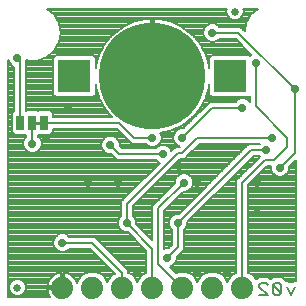
<source format=gbl>
G75*
%MOIN*%
%OFA0B0*%
%FSLAX25Y25*%
%IPPOS*%
%LPD*%
%AMOC8*
5,1,8,0,0,1.08239X$1,22.5*
%
%ADD10C,0.00800*%
%ADD11C,0.02500*%
%ADD12C,0.07400*%
%ADD13R,0.10950X0.10950*%
%ADD14C,0.35433*%
%ADD15R,0.02500X0.05000*%
%ADD16C,0.01000*%
%ADD17C,0.02900*%
D10*
X0135333Y0042000D02*
X0135333Y0120773D01*
X0135748Y0119772D01*
X0136606Y0118914D01*
X0137333Y0118613D01*
X0137333Y0104013D01*
X0136483Y0103163D01*
X0136483Y0096837D01*
X0137421Y0095900D01*
X0141246Y0095900D01*
X0141333Y0095987D01*
X0141333Y0095313D01*
X0140748Y0094728D01*
X0140283Y0093607D01*
X0140283Y0092393D01*
X0140748Y0091272D01*
X0141606Y0090414D01*
X0142727Y0089950D01*
X0143940Y0089950D01*
X0145061Y0090414D01*
X0145919Y0091272D01*
X0146383Y0092393D01*
X0146383Y0093607D01*
X0145919Y0094728D01*
X0145333Y0095313D01*
X0145333Y0095987D01*
X0145421Y0095900D01*
X0149246Y0095900D01*
X0150183Y0096837D01*
X0150183Y0098000D01*
X0171505Y0098000D01*
X0175333Y0094172D01*
X0176505Y0093000D01*
X0181020Y0093000D01*
X0181606Y0092414D01*
X0182727Y0091950D01*
X0183940Y0091950D01*
X0185061Y0092414D01*
X0185919Y0093272D01*
X0186383Y0094393D01*
X0186383Y0095607D01*
X0185990Y0096557D01*
X0187475Y0096819D01*
X0189087Y0097251D01*
X0190656Y0097822D01*
X0192169Y0098527D01*
X0193614Y0099362D01*
X0194982Y0100319D01*
X0196261Y0101392D01*
X0197441Y0102573D01*
X0198514Y0103852D01*
X0199471Y0105219D01*
X0200306Y0106665D01*
X0201012Y0108177D01*
X0201582Y0109746D01*
X0202014Y0111358D01*
X0202258Y0112741D01*
X0202258Y0109362D01*
X0203196Y0108425D01*
X0215471Y0108425D01*
X0215833Y0108787D01*
X0215833Y0106813D01*
X0215061Y0107586D01*
X0213940Y0108050D01*
X0212727Y0108050D01*
X0211606Y0107586D01*
X0211020Y0107000D01*
X0202505Y0107000D01*
X0193555Y0098050D01*
X0192727Y0098050D01*
X0191606Y0097586D01*
X0190748Y0096728D01*
X0190283Y0095607D01*
X0190283Y0094393D01*
X0190748Y0093272D01*
X0191606Y0092414D01*
X0192534Y0092030D01*
X0192505Y0092000D01*
X0191005Y0092000D01*
X0189657Y0090652D01*
X0189419Y0091228D01*
X0188561Y0092086D01*
X0187440Y0092550D01*
X0186227Y0092550D01*
X0185106Y0092086D01*
X0184520Y0091500D01*
X0173162Y0091500D01*
X0172383Y0092278D01*
X0172383Y0093107D01*
X0171919Y0094228D01*
X0171061Y0095086D01*
X0169940Y0095550D01*
X0168727Y0095550D01*
X0167606Y0095086D01*
X0166748Y0094228D01*
X0166283Y0093107D01*
X0166283Y0091893D01*
X0166748Y0090772D01*
X0167606Y0089914D01*
X0168727Y0089450D01*
X0169555Y0089450D01*
X0171505Y0087500D01*
X0184520Y0087500D01*
X0185106Y0086914D01*
X0185681Y0086676D01*
X0172833Y0073828D01*
X0172833Y0068813D01*
X0172248Y0068228D01*
X0171783Y0067107D01*
X0171783Y0065893D01*
X0172248Y0064772D01*
X0173106Y0063914D01*
X0174227Y0063450D01*
X0175055Y0063450D01*
X0181333Y0057172D01*
X0181333Y0049908D01*
X0180331Y0049493D01*
X0178840Y0048002D01*
X0178333Y0046778D01*
X0177826Y0048002D01*
X0176336Y0049493D01*
X0175333Y0049908D01*
X0175333Y0050828D01*
X0174162Y0052000D01*
X0164162Y0062000D01*
X0155647Y0062000D01*
X0155061Y0062586D01*
X0153940Y0063050D01*
X0152727Y0063050D01*
X0151606Y0062586D01*
X0150748Y0061728D01*
X0150283Y0060607D01*
X0150283Y0059393D01*
X0150748Y0058272D01*
X0151606Y0057414D01*
X0152727Y0056950D01*
X0153940Y0056950D01*
X0155061Y0057414D01*
X0155647Y0058000D01*
X0162505Y0058000D01*
X0170812Y0049692D01*
X0170331Y0049493D01*
X0168840Y0048002D01*
X0168333Y0046778D01*
X0167826Y0048002D01*
X0166336Y0049493D01*
X0164388Y0050300D01*
X0162279Y0050300D01*
X0160331Y0049493D01*
X0158840Y0048002D01*
X0158213Y0046487D01*
X0158060Y0046958D01*
X0157695Y0047673D01*
X0157223Y0048322D01*
X0156656Y0048890D01*
X0156006Y0049362D01*
X0155291Y0049726D01*
X0154528Y0049974D01*
X0153735Y0050100D01*
X0153733Y0050100D01*
X0153733Y0045400D01*
X0152933Y0045400D01*
X0152933Y0044600D01*
X0148233Y0044600D01*
X0148233Y0044599D01*
X0148359Y0043806D01*
X0148607Y0043042D01*
X0148971Y0042327D01*
X0149209Y0042000D01*
X0135333Y0042000D01*
X0135333Y0042396D02*
X0137174Y0042396D01*
X0136719Y0042584D02*
X0137766Y0042150D01*
X0138900Y0042150D01*
X0139948Y0042584D01*
X0140749Y0043386D01*
X0141183Y0044433D01*
X0141183Y0045567D01*
X0140749Y0046614D01*
X0139948Y0047416D01*
X0138900Y0047850D01*
X0137766Y0047850D01*
X0136719Y0047416D01*
X0135917Y0046614D01*
X0135483Y0045567D01*
X0135483Y0044433D01*
X0135917Y0043386D01*
X0136719Y0042584D01*
X0136109Y0043194D02*
X0135333Y0043194D01*
X0135333Y0043993D02*
X0135666Y0043993D01*
X0135483Y0044791D02*
X0135333Y0044791D01*
X0135333Y0045590D02*
X0135493Y0045590D01*
X0135333Y0046388D02*
X0135823Y0046388D01*
X0135333Y0047187D02*
X0136489Y0047187D01*
X0135333Y0047985D02*
X0149198Y0047985D01*
X0148971Y0047673D02*
X0148607Y0046958D01*
X0148359Y0046194D01*
X0148233Y0045401D01*
X0148233Y0045400D01*
X0152933Y0045400D01*
X0152933Y0050100D01*
X0152932Y0050100D01*
X0152139Y0049974D01*
X0151376Y0049726D01*
X0150660Y0049362D01*
X0150011Y0048890D01*
X0149443Y0048322D01*
X0148971Y0047673D01*
X0148724Y0047187D02*
X0140177Y0047187D01*
X0140843Y0046388D02*
X0148422Y0046388D01*
X0148263Y0045590D02*
X0141174Y0045590D01*
X0141183Y0044791D02*
X0152933Y0044791D01*
X0152933Y0045590D02*
X0153733Y0045590D01*
X0153733Y0046388D02*
X0152933Y0046388D01*
X0152933Y0047187D02*
X0153733Y0047187D01*
X0153733Y0047985D02*
X0152933Y0047985D01*
X0152933Y0048784D02*
X0153733Y0048784D01*
X0153733Y0049582D02*
X0152933Y0049582D01*
X0151093Y0049582D02*
X0135333Y0049582D01*
X0135333Y0048784D02*
X0149904Y0048784D01*
X0148329Y0043993D02*
X0141001Y0043993D01*
X0140558Y0043194D02*
X0148558Y0043194D01*
X0148936Y0042396D02*
X0139493Y0042396D01*
X0135333Y0050381D02*
X0170124Y0050381D01*
X0170546Y0049582D02*
X0166121Y0049582D01*
X0167045Y0048784D02*
X0169622Y0048784D01*
X0168833Y0047985D02*
X0167834Y0047985D01*
X0168164Y0047187D02*
X0168502Y0047187D01*
X0173333Y0045000D02*
X0173333Y0050000D01*
X0163333Y0060000D01*
X0153333Y0060000D01*
X0150283Y0059963D02*
X0135333Y0059963D01*
X0135333Y0060761D02*
X0150347Y0060761D01*
X0150678Y0061560D02*
X0135333Y0061560D01*
X0135333Y0062358D02*
X0151378Y0062358D01*
X0150378Y0059164D02*
X0135333Y0059164D01*
X0135333Y0058366D02*
X0150709Y0058366D01*
X0151453Y0057567D02*
X0135333Y0057567D01*
X0135333Y0056769D02*
X0163736Y0056769D01*
X0162938Y0057567D02*
X0155214Y0057567D01*
X0155288Y0062358D02*
X0176147Y0062358D01*
X0176945Y0061560D02*
X0164602Y0061560D01*
X0165400Y0060761D02*
X0177744Y0060761D01*
X0178542Y0059963D02*
X0166199Y0059963D01*
X0166997Y0059164D02*
X0179341Y0059164D01*
X0180139Y0058366D02*
X0167796Y0058366D01*
X0168594Y0057567D02*
X0180938Y0057567D01*
X0181333Y0056769D02*
X0169393Y0056769D01*
X0170192Y0055970D02*
X0181333Y0055970D01*
X0181333Y0055172D02*
X0170990Y0055172D01*
X0171789Y0054373D02*
X0181333Y0054373D01*
X0181333Y0053575D02*
X0172587Y0053575D01*
X0173386Y0052776D02*
X0181333Y0052776D01*
X0181333Y0051978D02*
X0174184Y0051978D01*
X0174983Y0051179D02*
X0181333Y0051179D01*
X0181333Y0050381D02*
X0175333Y0050381D01*
X0176121Y0049582D02*
X0180546Y0049582D01*
X0179622Y0048784D02*
X0177045Y0048784D01*
X0177834Y0047985D02*
X0178833Y0047985D01*
X0178502Y0047187D02*
X0178164Y0047187D01*
X0173333Y0045000D02*
X0173333Y0049500D01*
X0169326Y0051179D02*
X0135333Y0051179D01*
X0135333Y0051978D02*
X0168527Y0051978D01*
X0167729Y0052776D02*
X0135333Y0052776D01*
X0135333Y0053575D02*
X0166930Y0053575D01*
X0166132Y0054373D02*
X0135333Y0054373D01*
X0135333Y0055172D02*
X0165333Y0055172D01*
X0164535Y0055970D02*
X0135333Y0055970D01*
X0135333Y0063157D02*
X0175348Y0063157D01*
X0173065Y0063955D02*
X0135333Y0063955D01*
X0135333Y0064754D02*
X0172266Y0064754D01*
X0171925Y0065552D02*
X0135333Y0065552D01*
X0135333Y0066351D02*
X0171783Y0066351D01*
X0171801Y0067149D02*
X0135333Y0067149D01*
X0135333Y0067948D02*
X0172132Y0067948D01*
X0172766Y0068746D02*
X0135333Y0068746D01*
X0135333Y0069545D02*
X0172833Y0069545D01*
X0172833Y0070343D02*
X0135333Y0070343D01*
X0135333Y0071142D02*
X0172833Y0071142D01*
X0172833Y0071940D02*
X0135333Y0071940D01*
X0135333Y0072739D02*
X0172833Y0072739D01*
X0172833Y0073537D02*
X0135333Y0073537D01*
X0135333Y0074336D02*
X0173341Y0074336D01*
X0174139Y0075134D02*
X0135333Y0075134D01*
X0135333Y0075933D02*
X0174938Y0075933D01*
X0175736Y0076732D02*
X0135333Y0076732D01*
X0135333Y0077530D02*
X0176535Y0077530D01*
X0177333Y0078329D02*
X0135333Y0078329D01*
X0135333Y0079127D02*
X0178132Y0079127D01*
X0178930Y0079926D02*
X0135333Y0079926D01*
X0135333Y0080724D02*
X0179729Y0080724D01*
X0180528Y0081523D02*
X0135333Y0081523D01*
X0135333Y0082321D02*
X0181326Y0082321D01*
X0182125Y0083120D02*
X0135333Y0083120D01*
X0135333Y0083918D02*
X0182923Y0083918D01*
X0183722Y0084717D02*
X0135333Y0084717D01*
X0135333Y0085515D02*
X0184520Y0085515D01*
X0185319Y0086314D02*
X0135333Y0086314D01*
X0135333Y0087112D02*
X0184908Y0087112D01*
X0186833Y0089500D02*
X0172333Y0089500D01*
X0169333Y0092500D01*
X0167214Y0090306D02*
X0144800Y0090306D01*
X0145751Y0091105D02*
X0166610Y0091105D01*
X0166283Y0091903D02*
X0146180Y0091903D01*
X0146383Y0092702D02*
X0166283Y0092702D01*
X0166446Y0093500D02*
X0146383Y0093500D01*
X0146097Y0094299D02*
X0166819Y0094299D01*
X0167634Y0095097D02*
X0145549Y0095097D01*
X0145333Y0095896D02*
X0173609Y0095896D01*
X0172811Y0096694D02*
X0150040Y0096694D01*
X0150183Y0097493D02*
X0172012Y0097493D01*
X0172333Y0100000D02*
X0177333Y0095000D01*
X0183333Y0095000D01*
X0186383Y0095097D02*
X0190283Y0095097D01*
X0190322Y0094299D02*
X0186344Y0094299D01*
X0186013Y0093500D02*
X0190653Y0093500D01*
X0191318Y0092702D02*
X0185348Y0092702D01*
X0184923Y0091903D02*
X0172759Y0091903D01*
X0172383Y0092702D02*
X0181318Y0092702D01*
X0188743Y0091903D02*
X0190908Y0091903D01*
X0190110Y0091105D02*
X0189470Y0091105D01*
X0191833Y0090000D02*
X0174833Y0073000D01*
X0174833Y0066500D01*
X0183333Y0058000D01*
X0183333Y0045000D01*
X0185333Y0053000D02*
X0193333Y0045000D01*
X0197045Y0048784D02*
X0199622Y0048784D01*
X0200331Y0049493D02*
X0198840Y0048002D01*
X0198333Y0046778D01*
X0197826Y0048002D01*
X0196336Y0049493D01*
X0194388Y0050300D01*
X0192279Y0050300D01*
X0191277Y0049885D01*
X0189132Y0052030D01*
X0190061Y0052414D01*
X0190919Y0053272D01*
X0191383Y0054393D01*
X0191383Y0055222D01*
X0193833Y0057672D01*
X0193833Y0064187D01*
X0194419Y0064772D01*
X0194883Y0065893D01*
X0194883Y0066722D01*
X0217162Y0089000D01*
X0219020Y0089000D01*
X0219262Y0088758D01*
X0218833Y0088328D01*
X0211333Y0080828D01*
X0211333Y0079172D01*
X0211333Y0049908D01*
X0210331Y0049493D01*
X0208840Y0048002D01*
X0208333Y0046778D01*
X0207826Y0048002D01*
X0206336Y0049493D01*
X0204388Y0050300D01*
X0202279Y0050300D01*
X0200331Y0049493D01*
X0200546Y0049582D02*
X0196121Y0049582D01*
X0197834Y0047985D02*
X0198833Y0047985D01*
X0198502Y0047187D02*
X0198164Y0047187D01*
X0190781Y0050381D02*
X0211333Y0050381D01*
X0211333Y0051179D02*
X0189983Y0051179D01*
X0189184Y0051978D02*
X0211333Y0051978D01*
X0211333Y0052776D02*
X0190423Y0052776D01*
X0191044Y0053575D02*
X0211333Y0053575D01*
X0211333Y0054373D02*
X0191375Y0054373D01*
X0191383Y0055172D02*
X0211333Y0055172D01*
X0211333Y0055970D02*
X0192132Y0055970D01*
X0192930Y0056769D02*
X0211333Y0056769D01*
X0211333Y0057567D02*
X0193729Y0057567D01*
X0193833Y0058366D02*
X0211333Y0058366D01*
X0211333Y0059164D02*
X0193833Y0059164D01*
X0193833Y0059963D02*
X0211333Y0059963D01*
X0211333Y0060761D02*
X0193833Y0060761D01*
X0193833Y0061560D02*
X0211333Y0061560D01*
X0211333Y0062358D02*
X0193833Y0062358D01*
X0193833Y0063157D02*
X0211333Y0063157D01*
X0211333Y0063955D02*
X0193833Y0063955D01*
X0194401Y0064754D02*
X0211333Y0064754D01*
X0211333Y0065552D02*
X0194742Y0065552D01*
X0194883Y0066351D02*
X0211333Y0066351D01*
X0211333Y0067149D02*
X0195311Y0067149D01*
X0196110Y0067948D02*
X0211333Y0067948D01*
X0211333Y0068746D02*
X0196908Y0068746D01*
X0197707Y0069545D02*
X0211333Y0069545D01*
X0211333Y0070343D02*
X0198505Y0070343D01*
X0199304Y0071142D02*
X0211333Y0071142D01*
X0211333Y0071940D02*
X0200102Y0071940D01*
X0200901Y0072739D02*
X0211333Y0072739D01*
X0211333Y0073537D02*
X0201699Y0073537D01*
X0202498Y0074336D02*
X0211333Y0074336D01*
X0211333Y0075134D02*
X0203296Y0075134D01*
X0204095Y0075933D02*
X0211333Y0075933D01*
X0211333Y0076732D02*
X0204893Y0076732D01*
X0205692Y0077530D02*
X0211333Y0077530D01*
X0211333Y0078329D02*
X0206490Y0078329D01*
X0207289Y0079127D02*
X0211333Y0079127D01*
X0211333Y0079926D02*
X0208087Y0079926D01*
X0208886Y0080724D02*
X0211333Y0080724D01*
X0212027Y0081523D02*
X0209684Y0081523D01*
X0210483Y0082321D02*
X0212826Y0082321D01*
X0213625Y0083120D02*
X0211281Y0083120D01*
X0212080Y0083918D02*
X0214423Y0083918D01*
X0215222Y0084717D02*
X0212878Y0084717D01*
X0213677Y0085515D02*
X0216020Y0085515D01*
X0216819Y0086314D02*
X0214475Y0086314D01*
X0215274Y0087112D02*
X0217617Y0087112D01*
X0218416Y0087911D02*
X0216072Y0087911D01*
X0216871Y0088709D02*
X0219214Y0088709D01*
X0220833Y0087500D02*
X0223833Y0087500D01*
X0228333Y0092000D01*
X0228333Y0095000D01*
X0217833Y0105500D01*
X0217833Y0120000D01*
X0215783Y0122263D02*
X0215471Y0122575D01*
X0203196Y0122575D01*
X0202258Y0121638D01*
X0202258Y0118259D01*
X0202014Y0119642D01*
X0201582Y0121254D01*
X0201012Y0122823D01*
X0200306Y0124335D01*
X0199471Y0125781D01*
X0198514Y0127148D01*
X0197441Y0128427D01*
X0196261Y0129608D01*
X0194982Y0130681D01*
X0193614Y0131638D01*
X0192169Y0132473D01*
X0190656Y0133178D01*
X0189087Y0133749D01*
X0187475Y0134181D01*
X0185831Y0134471D01*
X0184168Y0134617D01*
X0183733Y0134617D01*
X0183733Y0115900D01*
X0182933Y0115900D01*
X0182933Y0134617D01*
X0182499Y0134617D01*
X0180836Y0134471D01*
X0179192Y0134181D01*
X0177579Y0133749D01*
X0176011Y0133178D01*
X0174498Y0132473D01*
X0173052Y0131638D01*
X0171685Y0130681D01*
X0170406Y0129608D01*
X0169226Y0128427D01*
X0168153Y0127148D01*
X0167195Y0125781D01*
X0166361Y0124335D01*
X0165655Y0122823D01*
X0165084Y0121254D01*
X0164652Y0119642D01*
X0164408Y0118259D01*
X0164408Y0121638D01*
X0163471Y0122575D01*
X0151196Y0122575D01*
X0150258Y0121638D01*
X0150258Y0109362D01*
X0151196Y0108425D01*
X0163471Y0108425D01*
X0164408Y0109362D01*
X0164408Y0112741D01*
X0164652Y0111358D01*
X0165084Y0109746D01*
X0165655Y0108177D01*
X0166361Y0106665D01*
X0167195Y0105219D01*
X0168153Y0103852D01*
X0169226Y0102573D01*
X0169798Y0102000D01*
X0150183Y0102000D01*
X0150183Y0103163D01*
X0149246Y0104100D01*
X0145421Y0104100D01*
X0145333Y0104013D01*
X0145246Y0104100D01*
X0141421Y0104100D01*
X0141333Y0104013D01*
X0141333Y0120773D01*
X0141354Y0120823D01*
X0141693Y0120700D01*
X0144973Y0120700D01*
X0148055Y0121822D01*
X0150567Y0123930D01*
X0152207Y0126770D01*
X0152207Y0126770D01*
X0152777Y0130000D01*
X0152207Y0133230D01*
X0150567Y0136070D01*
X0148267Y0138000D01*
X0208163Y0138000D01*
X0207983Y0137567D01*
X0207983Y0136433D01*
X0208417Y0135386D01*
X0209219Y0134584D01*
X0210266Y0134150D01*
X0211400Y0134150D01*
X0212448Y0134584D01*
X0213249Y0135386D01*
X0213683Y0136433D01*
X0213683Y0137567D01*
X0213504Y0138000D01*
X0218399Y0138000D01*
X0216099Y0136070D01*
X0214459Y0133230D01*
X0214006Y0130656D01*
X0213833Y0130828D01*
X0212662Y0132000D01*
X0205647Y0132000D01*
X0205061Y0132586D01*
X0203940Y0133050D01*
X0202727Y0133050D01*
X0201606Y0132586D01*
X0200748Y0131728D01*
X0200283Y0130607D01*
X0200283Y0129393D01*
X0200748Y0128272D01*
X0201606Y0127414D01*
X0202727Y0126950D01*
X0203940Y0126950D01*
X0205061Y0127414D01*
X0205647Y0128000D01*
X0211005Y0128000D01*
X0216327Y0122678D01*
X0216106Y0122586D01*
X0215783Y0122263D01*
X0215960Y0123045D02*
X0200908Y0123045D01*
X0201221Y0122247D02*
X0202867Y0122247D01*
X0202258Y0121448D02*
X0201512Y0121448D01*
X0201744Y0120650D02*
X0202258Y0120650D01*
X0202258Y0119851D02*
X0201958Y0119851D01*
X0202118Y0119053D02*
X0202258Y0119053D01*
X0200535Y0123844D02*
X0215161Y0123844D01*
X0214363Y0124642D02*
X0200129Y0124642D01*
X0199668Y0125441D02*
X0213564Y0125441D01*
X0212766Y0126239D02*
X0199151Y0126239D01*
X0198591Y0127038D02*
X0202515Y0127038D01*
X0201184Y0127836D02*
X0197937Y0127836D01*
X0197233Y0128635D02*
X0200598Y0128635D01*
X0200283Y0129433D02*
X0196435Y0129433D01*
X0195517Y0130232D02*
X0200283Y0130232D01*
X0200459Y0131030D02*
X0194482Y0131030D01*
X0193284Y0131829D02*
X0200849Y0131829D01*
X0201706Y0132627D02*
X0191837Y0132627D01*
X0189976Y0133426D02*
X0214573Y0133426D01*
X0214459Y0133230D02*
X0214459Y0133230D01*
X0214353Y0132627D02*
X0204960Y0132627D01*
X0208780Y0135023D02*
X0151172Y0135023D01*
X0150711Y0135821D02*
X0208237Y0135821D01*
X0207983Y0136620D02*
X0149912Y0136620D01*
X0150567Y0136070D02*
X0150567Y0136070D01*
X0148961Y0137418D02*
X0207983Y0137418D01*
X0213430Y0135821D02*
X0215956Y0135821D01*
X0216099Y0136070D02*
X0216099Y0136070D01*
X0216099Y0136070D01*
X0216754Y0136620D02*
X0213683Y0136620D01*
X0213683Y0137418D02*
X0217706Y0137418D01*
X0215495Y0135023D02*
X0212887Y0135023D01*
X0211580Y0134224D02*
X0215034Y0134224D01*
X0214212Y0131829D02*
X0212833Y0131829D01*
X0213631Y0131030D02*
X0214072Y0131030D01*
X0211833Y0130000D02*
X0203333Y0130000D01*
X0205483Y0127836D02*
X0211169Y0127836D01*
X0211967Y0127038D02*
X0204152Y0127038D01*
X0211833Y0130000D02*
X0230679Y0111155D01*
X0230679Y0089845D01*
X0225833Y0085000D01*
X0222980Y0083918D02*
X0220080Y0083918D01*
X0219281Y0083120D02*
X0223400Y0083120D01*
X0223248Y0083272D02*
X0224106Y0082414D01*
X0225227Y0081950D01*
X0226440Y0081950D01*
X0227561Y0082414D01*
X0228419Y0083272D01*
X0228883Y0084393D01*
X0228883Y0085222D01*
X0231333Y0087672D01*
X0231333Y0047238D01*
X0231087Y0047362D01*
X0229532Y0046843D01*
X0227977Y0047362D01*
X0227792Y0047269D01*
X0227629Y0047432D01*
X0227380Y0047681D01*
X0226457Y0048604D01*
X0225056Y0048604D01*
X0224920Y0048604D01*
X0224800Y0048604D01*
X0224800Y0048604D01*
X0223399Y0048604D01*
X0223399Y0048604D01*
X0222626Y0047831D01*
X0221853Y0048604D01*
X0220452Y0048604D01*
X0220196Y0048604D01*
X0218795Y0048604D01*
X0217934Y0047742D01*
X0217826Y0048002D01*
X0216336Y0049493D01*
X0215333Y0049908D01*
X0215333Y0079172D01*
X0221662Y0085500D01*
X0222783Y0085500D01*
X0222783Y0084393D01*
X0223248Y0083272D01*
X0224331Y0082321D02*
X0218483Y0082321D01*
X0217684Y0081523D02*
X0231333Y0081523D01*
X0231333Y0082321D02*
X0227336Y0082321D01*
X0228266Y0083120D02*
X0231333Y0083120D01*
X0231333Y0083918D02*
X0228686Y0083918D01*
X0228883Y0084717D02*
X0231333Y0084717D01*
X0231333Y0085515D02*
X0229177Y0085515D01*
X0229975Y0086314D02*
X0231333Y0086314D01*
X0231333Y0087112D02*
X0230774Y0087112D01*
X0222783Y0084717D02*
X0220878Y0084717D01*
X0220833Y0087500D02*
X0213333Y0080000D01*
X0213333Y0045000D01*
X0208502Y0047187D02*
X0208164Y0047187D01*
X0207834Y0047985D02*
X0208833Y0047985D01*
X0209622Y0048784D02*
X0207045Y0048784D01*
X0206121Y0049582D02*
X0210546Y0049582D01*
X0215333Y0050381D02*
X0231333Y0050381D01*
X0231333Y0051179D02*
X0215333Y0051179D01*
X0215333Y0051978D02*
X0231333Y0051978D01*
X0231333Y0052776D02*
X0215333Y0052776D01*
X0215333Y0053575D02*
X0231333Y0053575D01*
X0231333Y0054373D02*
X0215333Y0054373D01*
X0215333Y0055172D02*
X0231333Y0055172D01*
X0231333Y0055970D02*
X0215333Y0055970D01*
X0215333Y0056769D02*
X0231333Y0056769D01*
X0231333Y0057567D02*
X0215333Y0057567D01*
X0215333Y0058366D02*
X0231333Y0058366D01*
X0231333Y0059164D02*
X0215333Y0059164D01*
X0215333Y0059963D02*
X0231333Y0059963D01*
X0231333Y0060761D02*
X0215333Y0060761D01*
X0215333Y0061560D02*
X0231333Y0061560D01*
X0231333Y0062358D02*
X0215333Y0062358D01*
X0215333Y0063157D02*
X0231333Y0063157D01*
X0231333Y0063955D02*
X0215333Y0063955D01*
X0215333Y0064754D02*
X0231333Y0064754D01*
X0231333Y0065552D02*
X0215333Y0065552D01*
X0215333Y0066351D02*
X0231333Y0066351D01*
X0231333Y0067149D02*
X0215333Y0067149D01*
X0215333Y0067948D02*
X0231333Y0067948D01*
X0231333Y0068746D02*
X0215333Y0068746D01*
X0215333Y0069545D02*
X0231333Y0069545D01*
X0231333Y0070343D02*
X0215333Y0070343D01*
X0215333Y0071142D02*
X0231333Y0071142D01*
X0231333Y0071940D02*
X0215333Y0071940D01*
X0215333Y0072739D02*
X0231333Y0072739D01*
X0231333Y0073537D02*
X0215333Y0073537D01*
X0215333Y0074336D02*
X0231333Y0074336D01*
X0231333Y0075134D02*
X0215333Y0075134D01*
X0215333Y0075933D02*
X0231333Y0075933D01*
X0231333Y0076732D02*
X0215333Y0076732D01*
X0215333Y0077530D02*
X0231333Y0077530D01*
X0231333Y0078329D02*
X0215333Y0078329D01*
X0215333Y0079127D02*
X0231333Y0079127D01*
X0231333Y0079926D02*
X0216087Y0079926D01*
X0216886Y0080724D02*
X0231333Y0080724D01*
X0212013Y0089508D02*
X0195669Y0089508D01*
X0195333Y0089172D02*
X0199162Y0093000D01*
X0219020Y0093000D01*
X0219020Y0093000D01*
X0215505Y0093000D01*
X0214333Y0091828D01*
X0192055Y0069550D01*
X0191227Y0069550D01*
X0190106Y0069086D01*
X0189248Y0068228D01*
X0188783Y0067107D01*
X0188783Y0065893D01*
X0189248Y0064772D01*
X0189833Y0064187D01*
X0189833Y0059328D01*
X0188555Y0058050D01*
X0187727Y0058050D01*
X0187333Y0057887D01*
X0187333Y0070672D01*
X0193612Y0076950D01*
X0194440Y0076950D01*
X0195561Y0077414D01*
X0196419Y0078272D01*
X0196883Y0079393D01*
X0196883Y0080607D01*
X0196419Y0081728D01*
X0195561Y0082586D01*
X0194440Y0083050D01*
X0193227Y0083050D01*
X0192106Y0082586D01*
X0191248Y0081728D01*
X0190783Y0080607D01*
X0190783Y0079778D01*
X0183333Y0072328D01*
X0183333Y0060828D01*
X0177883Y0066278D01*
X0177883Y0067107D01*
X0177419Y0068228D01*
X0176833Y0068813D01*
X0176833Y0072172D01*
X0192662Y0088000D01*
X0194162Y0088000D01*
X0195333Y0089172D01*
X0194871Y0088709D02*
X0211214Y0088709D01*
X0210416Y0087911D02*
X0192572Y0087911D01*
X0191774Y0087112D02*
X0209617Y0087112D01*
X0208819Y0086314D02*
X0190975Y0086314D01*
X0190177Y0085515D02*
X0208020Y0085515D01*
X0207222Y0084717D02*
X0189378Y0084717D01*
X0188580Y0083918D02*
X0206423Y0083918D01*
X0205625Y0083120D02*
X0187781Y0083120D01*
X0186983Y0082321D02*
X0191841Y0082321D01*
X0191163Y0081523D02*
X0186184Y0081523D01*
X0185386Y0080724D02*
X0190832Y0080724D01*
X0190783Y0079926D02*
X0184587Y0079926D01*
X0183789Y0079127D02*
X0190132Y0079127D01*
X0189333Y0078329D02*
X0182990Y0078329D01*
X0182192Y0077530D02*
X0188535Y0077530D01*
X0187736Y0076732D02*
X0181393Y0076732D01*
X0180595Y0075933D02*
X0186938Y0075933D01*
X0186139Y0075134D02*
X0179796Y0075134D01*
X0178998Y0074336D02*
X0185341Y0074336D01*
X0184542Y0073537D02*
X0178199Y0073537D01*
X0177401Y0072739D02*
X0183744Y0072739D01*
X0183333Y0071940D02*
X0176833Y0071940D01*
X0176833Y0071142D02*
X0183333Y0071142D01*
X0183333Y0070343D02*
X0176833Y0070343D01*
X0176833Y0069545D02*
X0183333Y0069545D01*
X0183333Y0068746D02*
X0176900Y0068746D01*
X0177535Y0067948D02*
X0183333Y0067948D01*
X0183333Y0067149D02*
X0177866Y0067149D01*
X0177883Y0066351D02*
X0183333Y0066351D01*
X0183333Y0065552D02*
X0178609Y0065552D01*
X0179408Y0064754D02*
X0183333Y0064754D01*
X0183333Y0063955D02*
X0180206Y0063955D01*
X0181005Y0063157D02*
X0183333Y0063157D01*
X0183333Y0062358D02*
X0181803Y0062358D01*
X0182602Y0061560D02*
X0183333Y0061560D01*
X0187333Y0061560D02*
X0189833Y0061560D01*
X0189833Y0062358D02*
X0187333Y0062358D01*
X0187333Y0063157D02*
X0189833Y0063157D01*
X0189833Y0063955D02*
X0187333Y0063955D01*
X0187333Y0064754D02*
X0189266Y0064754D01*
X0188925Y0065552D02*
X0187333Y0065552D01*
X0187333Y0066351D02*
X0188783Y0066351D01*
X0188801Y0067149D02*
X0187333Y0067149D01*
X0187333Y0067948D02*
X0189132Y0067948D01*
X0189766Y0068746D02*
X0187333Y0068746D01*
X0187333Y0069545D02*
X0191214Y0069545D01*
X0192848Y0070343D02*
X0187333Y0070343D01*
X0187804Y0071142D02*
X0193647Y0071142D01*
X0194445Y0071940D02*
X0188602Y0071940D01*
X0189401Y0072739D02*
X0195244Y0072739D01*
X0196042Y0073537D02*
X0190199Y0073537D01*
X0190998Y0074336D02*
X0196841Y0074336D01*
X0197639Y0075134D02*
X0191796Y0075134D01*
X0192595Y0075933D02*
X0198438Y0075933D01*
X0199236Y0076732D02*
X0193393Y0076732D01*
X0195677Y0077530D02*
X0200035Y0077530D01*
X0200833Y0078329D02*
X0196442Y0078329D01*
X0196773Y0079127D02*
X0201632Y0079127D01*
X0202430Y0079926D02*
X0196883Y0079926D01*
X0196835Y0080724D02*
X0203229Y0080724D01*
X0204028Y0081523D02*
X0196504Y0081523D01*
X0195826Y0082321D02*
X0204826Y0082321D01*
X0193833Y0080000D02*
X0185333Y0071500D01*
X0185333Y0053000D01*
X0188333Y0055000D02*
X0191833Y0058500D01*
X0191833Y0066500D01*
X0216333Y0091000D01*
X0221333Y0091000D01*
X0215207Y0092702D02*
X0198863Y0092702D01*
X0198065Y0091903D02*
X0214408Y0091903D01*
X0214333Y0091828D02*
X0214333Y0091828D01*
X0213610Y0091105D02*
X0197266Y0091105D01*
X0196468Y0090306D02*
X0212811Y0090306D01*
X0223333Y0095000D02*
X0198333Y0095000D01*
X0193333Y0090000D01*
X0191833Y0090000D01*
X0193333Y0095000D02*
X0203333Y0105000D01*
X0213333Y0105000D01*
X0211095Y0107075D02*
X0200497Y0107075D01*
X0200870Y0107873D02*
X0212300Y0107873D01*
X0214366Y0107873D02*
X0215833Y0107873D01*
X0215833Y0107075D02*
X0215572Y0107075D01*
X0215718Y0108672D02*
X0215833Y0108672D01*
X0202949Y0108672D02*
X0201192Y0108672D01*
X0201482Y0109470D02*
X0202258Y0109470D01*
X0202258Y0110269D02*
X0201723Y0110269D01*
X0201937Y0111068D02*
X0202258Y0111068D01*
X0202258Y0111866D02*
X0202104Y0111866D01*
X0202245Y0112665D02*
X0202258Y0112665D01*
X0201781Y0106276D02*
X0200082Y0106276D01*
X0199621Y0105478D02*
X0200983Y0105478D01*
X0200184Y0104679D02*
X0199094Y0104679D01*
X0199386Y0103881D02*
X0198535Y0103881D01*
X0198587Y0103082D02*
X0197869Y0103082D01*
X0197789Y0102284D02*
X0197152Y0102284D01*
X0196990Y0101485D02*
X0196354Y0101485D01*
X0196192Y0100687D02*
X0195420Y0100687D01*
X0195393Y0099888D02*
X0194366Y0099888D01*
X0194595Y0099090D02*
X0193143Y0099090D01*
X0193796Y0098291D02*
X0191663Y0098291D01*
X0191513Y0097493D02*
X0189752Y0097493D01*
X0190734Y0096694D02*
X0186769Y0096694D01*
X0186264Y0095896D02*
X0190403Y0095896D01*
X0176005Y0093500D02*
X0172220Y0093500D01*
X0171848Y0094299D02*
X0175206Y0094299D01*
X0174408Y0095097D02*
X0171033Y0095097D01*
X0172333Y0100000D02*
X0147333Y0100000D01*
X0150183Y0102284D02*
X0169515Y0102284D01*
X0168798Y0103082D02*
X0150183Y0103082D01*
X0149465Y0103881D02*
X0168132Y0103881D01*
X0167573Y0104679D02*
X0141333Y0104679D01*
X0141333Y0105478D02*
X0167046Y0105478D01*
X0166585Y0106276D02*
X0141333Y0106276D01*
X0141333Y0107075D02*
X0166169Y0107075D01*
X0165797Y0107873D02*
X0141333Y0107873D01*
X0141333Y0108672D02*
X0150949Y0108672D01*
X0150258Y0109470D02*
X0141333Y0109470D01*
X0141333Y0110269D02*
X0150258Y0110269D01*
X0150258Y0111068D02*
X0141333Y0111068D01*
X0141333Y0111866D02*
X0150258Y0111866D01*
X0150258Y0112665D02*
X0141333Y0112665D01*
X0141333Y0113463D02*
X0150258Y0113463D01*
X0150258Y0114262D02*
X0141333Y0114262D01*
X0141333Y0115060D02*
X0150258Y0115060D01*
X0150258Y0115859D02*
X0141333Y0115859D01*
X0141333Y0116657D02*
X0150258Y0116657D01*
X0150258Y0117456D02*
X0141333Y0117456D01*
X0141333Y0118254D02*
X0150258Y0118254D01*
X0150258Y0119053D02*
X0141333Y0119053D01*
X0141333Y0119851D02*
X0150258Y0119851D01*
X0150258Y0120650D02*
X0141333Y0120650D01*
X0139333Y0120500D02*
X0139333Y0100000D01*
X0136483Y0099888D02*
X0135333Y0099888D01*
X0135333Y0099090D02*
X0136483Y0099090D01*
X0136483Y0098291D02*
X0135333Y0098291D01*
X0135333Y0097493D02*
X0136483Y0097493D01*
X0136626Y0096694D02*
X0135333Y0096694D01*
X0135333Y0095896D02*
X0141333Y0095896D01*
X0141333Y0095987D02*
X0141333Y0095987D01*
X0141117Y0095097D02*
X0135333Y0095097D01*
X0135333Y0094299D02*
X0140570Y0094299D01*
X0140283Y0093500D02*
X0135333Y0093500D01*
X0135333Y0092702D02*
X0140283Y0092702D01*
X0140486Y0091903D02*
X0135333Y0091903D01*
X0135333Y0091105D02*
X0140915Y0091105D01*
X0141867Y0090306D02*
X0135333Y0090306D01*
X0135333Y0089508D02*
X0168587Y0089508D01*
X0170296Y0088709D02*
X0135333Y0088709D01*
X0135333Y0087911D02*
X0171094Y0087911D01*
X0143333Y0093000D02*
X0143333Y0100000D01*
X0136483Y0100687D02*
X0135333Y0100687D01*
X0135333Y0101485D02*
X0136483Y0101485D01*
X0136483Y0102284D02*
X0135333Y0102284D01*
X0135333Y0103082D02*
X0136483Y0103082D01*
X0137202Y0103881D02*
X0135333Y0103881D01*
X0135333Y0104679D02*
X0137333Y0104679D01*
X0137333Y0105478D02*
X0135333Y0105478D01*
X0135333Y0106276D02*
X0137333Y0106276D01*
X0137333Y0107075D02*
X0135333Y0107075D01*
X0135333Y0107873D02*
X0137333Y0107873D01*
X0137333Y0108672D02*
X0135333Y0108672D01*
X0135333Y0109470D02*
X0137333Y0109470D01*
X0137333Y0110269D02*
X0135333Y0110269D01*
X0135333Y0111068D02*
X0137333Y0111068D01*
X0137333Y0111866D02*
X0135333Y0111866D01*
X0135333Y0112665D02*
X0137333Y0112665D01*
X0137333Y0113463D02*
X0135333Y0113463D01*
X0135333Y0114262D02*
X0137333Y0114262D01*
X0137333Y0115060D02*
X0135333Y0115060D01*
X0135333Y0115859D02*
X0137333Y0115859D01*
X0137333Y0116657D02*
X0135333Y0116657D01*
X0135333Y0117456D02*
X0137333Y0117456D01*
X0137333Y0118254D02*
X0135333Y0118254D01*
X0135333Y0119053D02*
X0136467Y0119053D01*
X0135715Y0119851D02*
X0135333Y0119851D01*
X0135333Y0120650D02*
X0135384Y0120650D01*
X0138333Y0121500D02*
X0139333Y0120500D01*
X0147029Y0121448D02*
X0150258Y0121448D01*
X0150867Y0122247D02*
X0148561Y0122247D01*
X0148055Y0121822D02*
X0148055Y0121822D01*
X0149513Y0123045D02*
X0165759Y0123045D01*
X0165446Y0122247D02*
X0163799Y0122247D01*
X0164408Y0121448D02*
X0165155Y0121448D01*
X0164922Y0120650D02*
X0164408Y0120650D01*
X0164408Y0119851D02*
X0164708Y0119851D01*
X0164548Y0119053D02*
X0164408Y0119053D01*
X0166131Y0123844D02*
X0150465Y0123844D01*
X0150567Y0123930D02*
X0150567Y0123930D01*
X0150567Y0123930D01*
X0150979Y0124642D02*
X0166538Y0124642D01*
X0166999Y0125441D02*
X0151440Y0125441D01*
X0151901Y0126239D02*
X0167516Y0126239D01*
X0168075Y0127038D02*
X0152254Y0127038D01*
X0152395Y0127836D02*
X0168730Y0127836D01*
X0169433Y0128635D02*
X0152536Y0128635D01*
X0152677Y0129433D02*
X0170232Y0129433D01*
X0171150Y0130232D02*
X0152736Y0130232D01*
X0152777Y0130000D02*
X0152777Y0130000D01*
X0152595Y0131030D02*
X0172184Y0131030D01*
X0173383Y0131829D02*
X0152454Y0131829D01*
X0152314Y0132627D02*
X0174829Y0132627D01*
X0176691Y0133426D02*
X0152094Y0133426D01*
X0152207Y0133230D02*
X0152207Y0133230D01*
X0151633Y0134224D02*
X0179437Y0134224D01*
X0182933Y0134224D02*
X0183733Y0134224D01*
X0183733Y0133426D02*
X0182933Y0133426D01*
X0182933Y0132627D02*
X0183733Y0132627D01*
X0183733Y0131829D02*
X0182933Y0131829D01*
X0182933Y0131030D02*
X0183733Y0131030D01*
X0183733Y0130232D02*
X0182933Y0130232D01*
X0182933Y0129433D02*
X0183733Y0129433D01*
X0183733Y0128635D02*
X0182933Y0128635D01*
X0182933Y0127836D02*
X0183733Y0127836D01*
X0183733Y0127038D02*
X0182933Y0127038D01*
X0182933Y0126239D02*
X0183733Y0126239D01*
X0183733Y0125441D02*
X0182933Y0125441D01*
X0182933Y0124642D02*
X0183733Y0124642D01*
X0183733Y0123844D02*
X0182933Y0123844D01*
X0182933Y0123045D02*
X0183733Y0123045D01*
X0183733Y0122247D02*
X0182933Y0122247D01*
X0182933Y0121448D02*
X0183733Y0121448D01*
X0183733Y0120650D02*
X0182933Y0120650D01*
X0182933Y0119851D02*
X0183733Y0119851D01*
X0183733Y0119053D02*
X0182933Y0119053D01*
X0182933Y0118254D02*
X0183733Y0118254D01*
X0183733Y0117456D02*
X0182933Y0117456D01*
X0182933Y0116657D02*
X0183733Y0116657D01*
X0164422Y0112665D02*
X0164408Y0112665D01*
X0164408Y0111866D02*
X0164563Y0111866D01*
X0164408Y0111068D02*
X0164730Y0111068D01*
X0164944Y0110269D02*
X0164408Y0110269D01*
X0164408Y0109470D02*
X0165184Y0109470D01*
X0165475Y0108672D02*
X0163718Y0108672D01*
X0187230Y0134224D02*
X0210087Y0134224D01*
X0189833Y0060761D02*
X0187333Y0060761D01*
X0187333Y0059963D02*
X0189833Y0059963D01*
X0189669Y0059164D02*
X0187333Y0059164D01*
X0187333Y0058366D02*
X0188871Y0058366D01*
X0160546Y0049582D02*
X0155574Y0049582D01*
X0156762Y0048784D02*
X0159622Y0048784D01*
X0158833Y0047985D02*
X0157468Y0047985D01*
X0157943Y0047187D02*
X0158502Y0047187D01*
X0216121Y0049582D02*
X0231333Y0049582D01*
X0231333Y0048784D02*
X0217045Y0048784D01*
X0217834Y0047985D02*
X0218177Y0047985D01*
X0218795Y0048604D02*
X0218795Y0048604D01*
X0218795Y0048604D01*
X0220196Y0048604D02*
X0220196Y0048604D01*
X0220452Y0048604D02*
X0220452Y0048604D01*
X0221853Y0048604D02*
X0221853Y0048604D01*
X0221853Y0048604D01*
X0222472Y0047985D02*
X0222781Y0047985D01*
X0223399Y0048604D02*
X0223399Y0048604D01*
X0225056Y0048604D02*
X0225056Y0048604D01*
X0226457Y0048604D02*
X0226457Y0048604D01*
X0226457Y0048604D01*
X0227076Y0047985D02*
X0231333Y0047985D01*
X0230561Y0047187D02*
X0228503Y0047187D01*
X0227629Y0047432D02*
X0227629Y0047432D01*
X0226329Y0045903D02*
X0225629Y0046604D01*
X0224228Y0046604D01*
X0223527Y0045903D01*
X0226329Y0043101D01*
X0225629Y0042400D01*
X0224228Y0042400D01*
X0223527Y0043101D01*
X0223527Y0045903D01*
X0221725Y0045903D02*
X0221025Y0046604D01*
X0219624Y0046604D01*
X0218923Y0045903D01*
X0218923Y0045202D01*
X0221725Y0042400D01*
X0218923Y0042400D01*
X0226329Y0043101D02*
X0226329Y0045903D01*
X0228131Y0045202D02*
X0229532Y0042400D01*
X0230933Y0045202D01*
D11*
X0138333Y0045000D03*
X0210833Y0137000D03*
D12*
X0213333Y0045000D03*
X0203333Y0045000D03*
X0193333Y0045000D03*
X0183333Y0045000D03*
X0173333Y0045000D03*
X0163333Y0045000D03*
X0153333Y0045000D03*
D13*
X0157333Y0115500D03*
X0209333Y0115500D03*
D14*
X0183333Y0115500D03*
D15*
X0147333Y0100000D03*
X0143333Y0100000D03*
X0139333Y0100000D03*
D16*
X0143333Y0100000D02*
X0147333Y0100000D01*
D17*
X0155333Y0104500D03*
X0147833Y0094500D03*
X0143333Y0093000D03*
X0169333Y0092500D03*
X0183333Y0095000D03*
X0193333Y0095000D03*
X0186833Y0089500D03*
X0192333Y0085500D03*
X0193833Y0080000D03*
X0198333Y0080000D03*
X0218333Y0080000D03*
X0225833Y0085000D03*
X0221333Y0091000D03*
X0223333Y0095000D03*
X0213333Y0105000D03*
X0230679Y0111155D03*
X0217833Y0120000D03*
X0203333Y0130000D03*
X0138333Y0121500D03*
X0161833Y0080000D03*
X0171833Y0080000D03*
X0174833Y0066500D03*
X0191833Y0066500D03*
X0218333Y0070000D03*
X0188333Y0055000D03*
X0178333Y0050000D03*
X0198333Y0050000D03*
X0208333Y0050000D03*
X0153333Y0060000D03*
M02*

</source>
